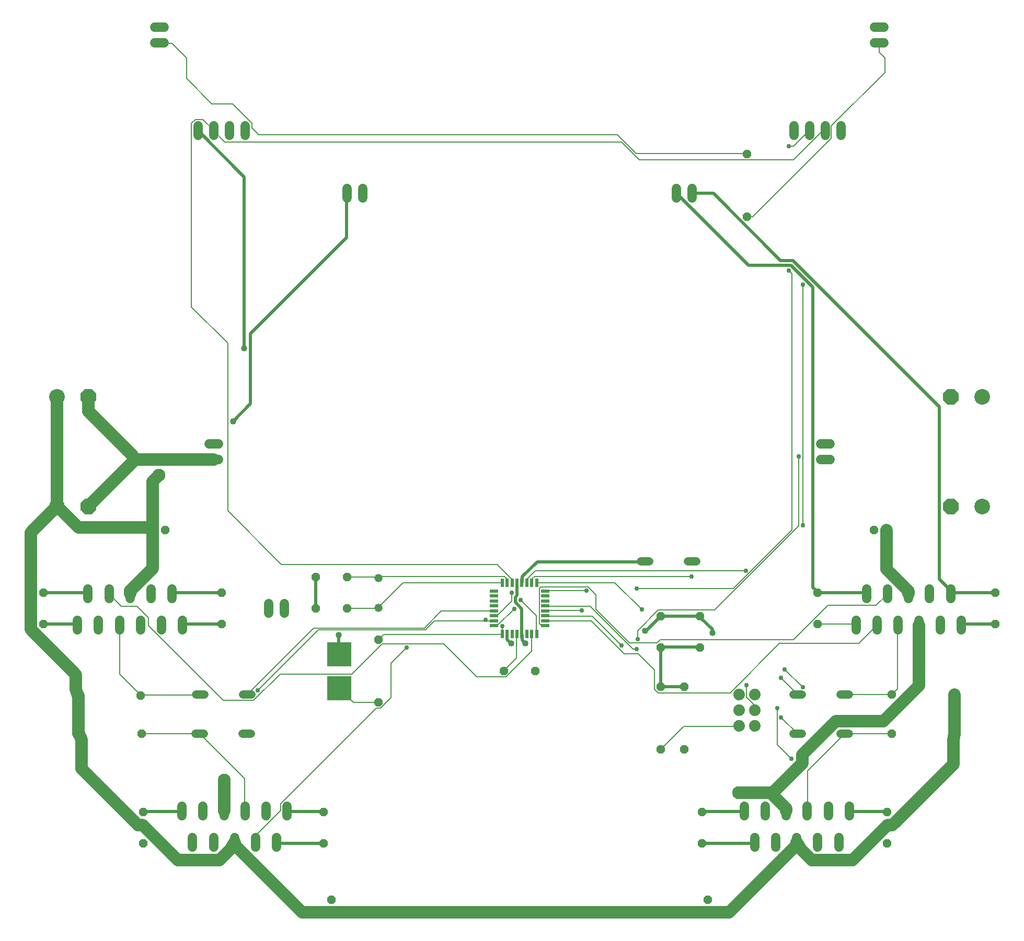
<source format=gbr>
G04 EAGLE Gerber RS-274X export*
G75*
%MOMM*%
%FSLAX34Y34*%
%LPD*%
%INTop Copper*%
%IPPOS*%
%AMOC8*
5,1,8,0,0,1.08239X$1,22.5*%
G01*
%ADD10P,1.429621X8X22.500000*%
%ADD11P,1.429621X8X202.500000*%
%ADD12C,1.320800*%
%ADD13P,1.429621X8X292.500000*%
%ADD14C,2.540000*%
%ADD15P,2.749271X8X22.500000*%
%ADD16P,1.429621X8X112.500000*%
%ADD17P,2.749271X8X202.500000*%
%ADD18C,1.320800*%
%ADD19R,0.550000X1.470000*%
%ADD20R,1.470000X0.550000*%
%ADD21C,1.524000*%
%ADD22R,4.000000X4.000000*%
%ADD23C,1.879600*%
%ADD24C,0.152400*%
%ADD25C,0.508000*%
%ADD26C,1.016000*%
%ADD27C,0.756400*%
%ADD28C,2.032000*%
%ADD29C,2.095500*%


D10*
X-330200Y-254000D03*
X-279400Y-254000D03*
D11*
X574040Y-127000D03*
D12*
X594360Y-127000D03*
D13*
X482600Y-228600D03*
X482600Y-279400D03*
X770890Y-228600D03*
X770890Y-279400D03*
D14*
X-749300Y-88900D03*
D15*
X-698500Y-88900D03*
D16*
X-304800Y-726440D03*
D12*
X-304800Y-746760D03*
D16*
X-317500Y-635000D03*
X-317500Y-584200D03*
X-609600Y-635000D03*
X-609600Y-584200D03*
D14*
X749300Y-88900D03*
D17*
X698500Y-88900D03*
D16*
X304800Y-726440D03*
D12*
X304800Y-746760D03*
D16*
X595630Y-635000D03*
X595630Y-584200D03*
D10*
X-330200Y-203200D03*
X-279400Y-203200D03*
D16*
X295910Y-635000D03*
X295910Y-584200D03*
X228600Y-317500D03*
X228600Y-266700D03*
X292100Y-317500D03*
X292100Y-266700D03*
D11*
X25400Y-355600D03*
X-25400Y-355600D03*
D14*
X-749300Y88900D03*
D15*
X-698500Y88900D03*
D10*
X-574040Y-127000D03*
D12*
X-594360Y-127000D03*
D13*
X-770890Y-228600D03*
X-770890Y-279400D03*
X-482600Y-228600D03*
X-482600Y-279400D03*
D14*
X749300Y88900D03*
D17*
X698500Y88900D03*
D18*
X209804Y-177800D02*
X196596Y-177800D01*
X272796Y-177800D02*
X286004Y-177800D01*
X-510286Y-393700D02*
X-523494Y-393700D01*
X-447294Y-393700D02*
X-434086Y-393700D01*
X520446Y-393700D02*
X533654Y-393700D01*
X457454Y-393700D02*
X444246Y-393700D01*
X-511556Y-457200D02*
X-524764Y-457200D01*
X-448564Y-457200D02*
X-435356Y-457200D01*
X520446Y-457200D02*
X533654Y-457200D01*
X457454Y-457200D02*
X444246Y-457200D01*
D19*
X28000Y-212300D03*
X20000Y-212300D03*
X12000Y-212300D03*
X4000Y-212300D03*
X-4000Y-212300D03*
X-12000Y-212300D03*
X-20000Y-212300D03*
X-28000Y-212300D03*
D20*
X-41700Y-226000D03*
X-41700Y-234000D03*
X-41700Y-242000D03*
X-41700Y-250000D03*
X-41700Y-258000D03*
X-41700Y-266000D03*
X-41700Y-274000D03*
X-41700Y-282000D03*
D19*
X-28000Y-295700D03*
X-20000Y-295700D03*
X-12000Y-295700D03*
X-4000Y-295700D03*
X4000Y-295700D03*
X12000Y-295700D03*
X20000Y-295700D03*
X28000Y-295700D03*
D20*
X41700Y-282000D03*
X41700Y-274000D03*
X41700Y-266000D03*
X41700Y-258000D03*
X41700Y-250000D03*
X41700Y-242000D03*
X41700Y-234000D03*
X41700Y-226000D03*
D21*
X-487680Y-12700D02*
X-502920Y-12700D01*
X-502920Y12700D02*
X-487680Y12700D01*
X520700Y513080D02*
X520700Y528320D01*
X495300Y528320D02*
X495300Y513080D01*
X469900Y513080D02*
X469900Y528320D01*
X444500Y528320D02*
X444500Y513080D01*
D22*
X-292100Y-328100D03*
X-292100Y-383100D03*
D21*
X-575310Y662900D02*
X-590550Y662900D01*
X-590550Y688300D02*
X-575310Y688300D01*
X575310Y662900D02*
X590550Y662900D01*
X590550Y688300D02*
X575310Y688300D01*
X-254000Y426720D02*
X-254000Y411480D01*
X-279400Y411480D02*
X-279400Y426720D01*
X254000Y426720D02*
X254000Y411480D01*
X279400Y411480D02*
X279400Y426720D01*
X-381000Y-246380D02*
X-381000Y-261620D01*
X-406400Y-261620D02*
X-406400Y-246380D01*
X487680Y12700D02*
X502920Y12700D01*
X502920Y-12700D02*
X487680Y-12700D01*
X-715835Y-273558D02*
X-715835Y-288798D01*
X-698817Y-238252D02*
X-698817Y-223012D01*
X-681799Y-273558D02*
X-681799Y-288798D01*
X-664781Y-238252D02*
X-664781Y-223012D01*
X-647763Y-273558D02*
X-647763Y-288798D01*
X-613727Y-288798D02*
X-613727Y-273558D01*
X-579691Y-273558D02*
X-579691Y-288798D01*
X-545655Y-288798D02*
X-545655Y-273558D01*
X-630745Y-238252D02*
X-630745Y-223012D01*
X-596709Y-223012D02*
X-596709Y-238252D01*
X-562673Y-238252D02*
X-562673Y-223012D01*
X545275Y-273558D02*
X545275Y-288798D01*
X562293Y-238252D02*
X562293Y-223012D01*
X579311Y-273558D02*
X579311Y-288798D01*
X596329Y-238252D02*
X596329Y-223012D01*
X613347Y-273558D02*
X613347Y-288798D01*
X647383Y-288798D02*
X647383Y-273558D01*
X681419Y-273558D02*
X681419Y-288798D01*
X715455Y-288798D02*
X715455Y-273558D01*
X630365Y-238252D02*
X630365Y-223012D01*
X664401Y-223012D02*
X664401Y-238252D01*
X698437Y-238252D02*
X698437Y-223012D01*
X-376365Y-574802D02*
X-376365Y-590042D01*
X-393383Y-625348D02*
X-393383Y-640588D01*
X-410401Y-590042D02*
X-410401Y-574802D01*
X-427419Y-625348D02*
X-427419Y-640588D01*
X-444437Y-590042D02*
X-444437Y-574802D01*
X-478473Y-574802D02*
X-478473Y-590042D01*
X-512509Y-590042D02*
X-512509Y-574802D01*
X-546545Y-574802D02*
X-546545Y-590042D01*
X-461455Y-625348D02*
X-461455Y-640588D01*
X-495491Y-640588D02*
X-495491Y-625348D01*
X-529527Y-625348D02*
X-529527Y-640588D01*
X534225Y-590042D02*
X534225Y-574802D01*
X517207Y-625348D02*
X517207Y-640588D01*
X500189Y-590042D02*
X500189Y-574802D01*
X483171Y-625348D02*
X483171Y-640588D01*
X466153Y-590042D02*
X466153Y-574802D01*
X432117Y-574802D02*
X432117Y-590042D01*
X398081Y-590042D02*
X398081Y-574802D01*
X364045Y-574802D02*
X364045Y-590042D01*
X449135Y-625348D02*
X449135Y-640588D01*
X415099Y-640588D02*
X415099Y-625348D01*
X381063Y-625348D02*
X381063Y-640588D01*
D13*
X228600Y-381000D03*
X228600Y-482600D03*
D11*
X-613410Y-394970D03*
X-715010Y-394970D03*
D13*
X-228600Y-304800D03*
X-228600Y-406400D03*
D10*
X603250Y-393700D03*
X704850Y-393700D03*
D11*
X-612140Y-457200D03*
X-713740Y-457200D03*
D10*
X603250Y-457200D03*
X704850Y-457200D03*
D16*
X266700Y-482600D03*
X266700Y-381000D03*
D13*
X368300Y482600D03*
X368300Y381000D03*
D21*
X-520700Y513080D02*
X-520700Y528320D01*
X-495300Y528320D02*
X-495300Y513080D01*
X-469900Y513080D02*
X-469900Y528320D01*
X-444500Y528320D02*
X-444500Y513080D01*
D12*
X-228600Y-252730D03*
X-228600Y-204470D03*
D23*
X355600Y-393700D03*
X381000Y-393700D03*
X355600Y-419100D03*
X381000Y-419100D03*
X355600Y-444500D03*
X381000Y-444500D03*
D24*
X-20574Y-211836D02*
X-20574Y-205740D01*
X-24384Y-201930D01*
X-226314Y-201930D01*
X-228600Y-204216D01*
X-20574Y-211836D02*
X-20000Y-212300D01*
X-228600Y-204470D02*
X-228600Y-204216D01*
X-228600Y-203454D02*
X-278892Y-203454D01*
X-279400Y-203200D01*
X-228600Y-203454D02*
X-228600Y-204470D01*
X-188976Y-212598D02*
X-28194Y-212598D01*
X-188976Y-212598D02*
X-228600Y-252222D01*
X-28194Y-212598D02*
X-28000Y-212300D01*
X-228600Y-252222D02*
X-228600Y-252730D01*
X-229362Y-253746D02*
X-278892Y-253746D01*
X-229362Y-253746D02*
X-228600Y-252984D01*
X-278892Y-253746D02*
X-279400Y-254000D01*
X-228600Y-252984D02*
X-228600Y-252730D01*
D25*
X4572Y-211836D02*
X4572Y-202692D01*
X28956Y-178308D01*
X202692Y-178308D01*
X4572Y-211836D02*
X4000Y-212300D01*
X202692Y-178308D02*
X203200Y-177800D01*
X-19812Y-296418D02*
X-19812Y-304800D01*
X-13716Y-310896D01*
X203454Y-290322D02*
X204978Y-290322D01*
X228600Y-266700D01*
X-19812Y-296418D02*
X-20000Y-295700D01*
X228600Y-266700D02*
X292100Y-266700D01*
X312420Y-288036D02*
X312420Y-293370D01*
X312420Y-288036D02*
X293370Y-268986D01*
X292100Y-266700D01*
D26*
X-13716Y-310896D03*
X203454Y-290322D03*
X312420Y-293370D03*
D24*
X114300Y-250698D02*
X41910Y-250698D01*
X114300Y-250698D02*
X183642Y-320040D01*
X189738Y-320040D01*
X41910Y-250698D02*
X41700Y-250000D01*
X265938Y-445008D02*
X355092Y-445008D01*
X265938Y-445008D02*
X228600Y-482346D01*
X355092Y-445008D02*
X355600Y-444500D01*
X228600Y-482346D02*
X228600Y-482600D01*
D27*
X189738Y-320040D03*
D24*
X-518160Y-394716D02*
X-613410Y-394716D01*
X-518160Y-394716D02*
X-517398Y-393954D01*
X-516890Y-393700D01*
X-647700Y-360426D02*
X-647700Y-281178D01*
X-647700Y-360426D02*
X-613410Y-394716D01*
X-647700Y-281178D02*
X-647763Y-281178D01*
X-613410Y-394716D02*
X-613410Y-394970D01*
D25*
X-701040Y-228600D02*
X-770890Y-228600D01*
X-701040Y-228600D02*
X-699516Y-230124D01*
X-698817Y-230632D01*
X-560832Y-228600D02*
X-482600Y-228600D01*
X-560832Y-228600D02*
X-562356Y-230124D01*
X-562673Y-230632D01*
X-279654Y347472D02*
X-279654Y419100D01*
X-279654Y347472D02*
X-435864Y191262D01*
X-435864Y77724D01*
X-464058Y49530D01*
X-279654Y419100D02*
X-279400Y419100D01*
D26*
X-464058Y49530D03*
D25*
X-483108Y-279654D02*
X-544068Y-279654D01*
X-545592Y-281178D01*
X-483108Y-279654D02*
X-482600Y-279400D01*
X-545592Y-281178D02*
X-545655Y-281178D01*
X-717804Y-279654D02*
X-770382Y-279654D01*
X-717804Y-279654D02*
X-716280Y-281178D01*
X-770382Y-279654D02*
X-770890Y-279400D01*
X-716280Y-281178D02*
X-715835Y-281178D01*
D24*
X527304Y-393954D02*
X602742Y-393954D01*
X527304Y-393954D02*
X527050Y-393700D01*
X602742Y-393954D02*
X603250Y-393700D01*
X612648Y-384048D02*
X612648Y-281178D01*
X612648Y-384048D02*
X603504Y-393192D01*
X612648Y-281178D02*
X613347Y-281178D01*
X603504Y-393192D02*
X603250Y-393700D01*
D25*
X560070Y-228600D02*
X482600Y-228600D01*
X560070Y-228600D02*
X561594Y-230124D01*
X562293Y-230632D01*
X371094Y302514D02*
X254508Y419100D01*
X371094Y302514D02*
X439674Y302514D01*
X475488Y266700D01*
X475488Y-220218D01*
X481584Y-226314D01*
X254508Y419100D02*
X254000Y419100D01*
X481584Y-226314D02*
X482600Y-228600D01*
X700278Y-228600D02*
X770890Y-228600D01*
X700278Y-228600D02*
X698754Y-230124D01*
X698437Y-230632D01*
X313944Y419100D02*
X279400Y419100D01*
X313944Y419100D02*
X422910Y310134D01*
X442722Y310134D01*
X679704Y73152D01*
X679704Y-206502D01*
X699516Y-226314D01*
X698437Y-230632D01*
X717042Y-279654D02*
X770382Y-279654D01*
X717042Y-279654D02*
X715518Y-281178D01*
X770382Y-279654D02*
X770890Y-279400D01*
X715518Y-281178D02*
X715455Y-281178D01*
D24*
X543306Y-279654D02*
X483108Y-279654D01*
X543306Y-279654D02*
X544830Y-281178D01*
X483108Y-279654D02*
X482600Y-279400D01*
X544830Y-281178D02*
X545275Y-281178D01*
X-518160Y-457200D02*
X-612140Y-457200D01*
X-445008Y-530352D02*
X-445008Y-582168D01*
X-445008Y-530352D02*
X-518160Y-457200D01*
X-445008Y-582168D02*
X-444437Y-582422D01*
D25*
X-391668Y-634746D02*
X-317754Y-634746D01*
X-391668Y-634746D02*
X-393192Y-633222D01*
X-317754Y-634746D02*
X-317500Y-635000D01*
X-393192Y-633222D02*
X-393383Y-632968D01*
X-547878Y-583692D02*
X-609600Y-583692D01*
X-547878Y-583692D02*
X-547116Y-582930D01*
X-609600Y-583692D02*
X-609600Y-584200D01*
X-547116Y-582930D02*
X-546545Y-582422D01*
X-374904Y-583692D02*
X-317754Y-583692D01*
X-374904Y-583692D02*
X-375666Y-582930D01*
X-317754Y-583692D02*
X-317500Y-584200D01*
X-375666Y-582930D02*
X-376365Y-582422D01*
D24*
X527050Y-457200D02*
X603250Y-457200D01*
X466344Y-517398D02*
X466344Y-582168D01*
X466344Y-517398D02*
X526542Y-457200D01*
X466344Y-582168D02*
X466153Y-582422D01*
X526542Y-457200D02*
X527050Y-457200D01*
D25*
X379476Y-634746D02*
X296418Y-634746D01*
X379476Y-634746D02*
X381000Y-633222D01*
X296418Y-634746D02*
X295910Y-635000D01*
X381000Y-633222D02*
X381063Y-632968D01*
X362712Y-583692D02*
X296418Y-583692D01*
X362712Y-583692D02*
X363474Y-582930D01*
X296418Y-583692D02*
X295910Y-584200D01*
X363474Y-582930D02*
X364045Y-582422D01*
X535686Y-583692D02*
X595122Y-583692D01*
X535686Y-583692D02*
X534924Y-582930D01*
X595122Y-583692D02*
X595630Y-584200D01*
X534924Y-582930D02*
X534225Y-582422D01*
D24*
X19812Y-323088D02*
X19812Y-296418D01*
X19812Y-323088D02*
X-22098Y-364998D01*
X-69342Y-364998D01*
X-122682Y-311658D01*
X-222504Y-311658D01*
X-271272Y-360426D01*
X-387858Y-360426D01*
X-430530Y-403098D01*
X-480060Y-403098D01*
X-601218Y-281940D01*
X-601218Y-268986D01*
X-619506Y-250698D01*
X-644652Y-250698D01*
X-664464Y-230886D01*
X19812Y-296418D02*
X20000Y-295700D01*
X-664464Y-230886D02*
X-664781Y-230632D01*
X27432Y-265938D02*
X27432Y-295656D01*
X27432Y-265938D02*
X1524Y-240030D01*
X27432Y-295656D02*
X28000Y-295700D01*
D27*
X1524Y-240030D03*
D24*
X-41910Y-258318D02*
X-126492Y-258318D01*
X-153924Y-285750D01*
X-332994Y-285750D01*
X-440436Y-393192D01*
X-41910Y-258318D02*
X-41700Y-258000D01*
X-440436Y-393192D02*
X-440690Y-393700D01*
X35814Y-281940D02*
X41148Y-281940D01*
X35814Y-281940D02*
X32004Y-278130D01*
X32004Y-221742D01*
X34290Y-219456D01*
X111252Y-219456D01*
X123444Y-231648D01*
X123444Y-255270D01*
X178308Y-310134D01*
X222504Y-310134D01*
X227838Y-304800D01*
X444246Y-304800D01*
X499872Y-249174D01*
X577596Y-249174D01*
X595884Y-230886D01*
X41700Y-282000D02*
X41148Y-281940D01*
X595884Y-230886D02*
X596329Y-230632D01*
X116586Y-274320D02*
X41910Y-274320D01*
X116586Y-274320D02*
X169926Y-327660D01*
X192786Y-327660D01*
X218694Y-353568D01*
X218694Y-384810D01*
X224790Y-390906D01*
X341376Y-390906D01*
X421386Y-310896D01*
X549402Y-310896D01*
X579120Y-281178D01*
X41910Y-274320D02*
X41700Y-274000D01*
X579120Y-281178D02*
X579311Y-281178D01*
X-35814Y-265938D02*
X-41148Y-265938D01*
X-35814Y-265938D02*
X-12192Y-242316D01*
X-12192Y-228600D01*
X423672Y-366522D02*
X450850Y-393700D01*
X-41148Y-265938D02*
X-41700Y-266000D01*
D27*
X-12192Y-228600D03*
X423672Y-366522D03*
D24*
X-35814Y-281940D02*
X-41148Y-281940D01*
X-35814Y-281940D02*
X-8382Y-254508D01*
X-41148Y-281940D02*
X-41700Y-282000D01*
X-426720Y-621030D02*
X-426720Y-632460D01*
X-426720Y-621030D02*
X-387096Y-581406D01*
X-387096Y-570738D01*
X-231648Y-415290D01*
X-224790Y-415290D01*
X-208026Y-398526D01*
X-208026Y-342900D01*
X-182880Y-317754D01*
X-426720Y-632460D02*
X-427419Y-632968D01*
D27*
X-8382Y-254508D03*
X-182880Y-317754D03*
D24*
X-220218Y-296418D02*
X-28194Y-296418D01*
X-220218Y-296418D02*
X-228600Y-304800D01*
X-28194Y-296418D02*
X-28000Y-295700D01*
X-27432Y-295656D02*
X-27432Y-282702D01*
X-27432Y-295656D02*
X-28000Y-295700D01*
D27*
X-27432Y-282702D03*
D24*
X-54864Y-274320D02*
X-137922Y-274320D01*
X-54864Y-274320D02*
X-41910Y-274320D01*
X-137922Y-274320D02*
X-152400Y-288798D01*
X-325374Y-288798D01*
X-423672Y-387096D01*
X-41910Y-274320D02*
X-41700Y-274000D01*
X381000Y-411480D02*
X381000Y-419100D01*
X381000Y-411480D02*
X367284Y-397764D01*
X367284Y-378714D01*
X-54864Y-274320D02*
X-54864Y-272796D01*
D27*
X-423672Y-387096D03*
X367284Y-378714D03*
X-54864Y-272796D03*
D24*
X41910Y-225552D02*
X108204Y-225552D01*
X417576Y-415290D02*
X417576Y-474726D01*
X440436Y-497586D01*
X41700Y-226000D02*
X41910Y-225552D01*
D27*
X108204Y-225552D03*
X417576Y-415290D03*
X440436Y-497586D03*
D24*
X20574Y-211836D02*
X20574Y-205740D01*
X24384Y-201930D01*
X278892Y-201930D01*
X429768Y-352806D02*
X458724Y-381762D01*
X20574Y-211836D02*
X20000Y-212300D01*
D27*
X278892Y-201930D03*
X429768Y-352806D03*
X458724Y-381762D03*
D24*
X154686Y-212598D02*
X28194Y-212598D01*
X154686Y-212598D02*
X198120Y-256032D01*
X423672Y-430530D02*
X450342Y-457200D01*
X28194Y-212598D02*
X28000Y-212300D01*
X450342Y-457200D02*
X450850Y-457200D01*
D27*
X198120Y-256032D03*
X423672Y-430530D03*
D24*
X-228600Y-406146D02*
X-268986Y-406146D01*
X-291846Y-383286D01*
X-228600Y-406146D02*
X-228600Y-406400D01*
X-291846Y-383286D02*
X-292100Y-383100D01*
X12192Y-211836D02*
X12192Y-206502D01*
X25908Y-192786D01*
X366522Y-192786D01*
X458724Y-119634D02*
X458724Y271272D01*
X12192Y-211836D02*
X12000Y-212300D01*
X435864Y495300D02*
X444246Y495300D01*
X469392Y520446D01*
X469900Y520700D01*
D27*
X366522Y-192786D03*
X458724Y-119634D03*
X458724Y271272D03*
X435864Y495300D03*
D24*
X-12192Y-206502D02*
X-12192Y-211836D01*
X-12192Y-206502D02*
X-35814Y-182880D01*
X-385572Y-182880D01*
X-472440Y-96012D01*
X-472440Y176022D01*
X-531114Y234696D01*
X-531114Y532638D01*
X-525018Y538734D01*
X-512826Y538734D01*
X-495300Y521208D01*
X-12192Y-211836D02*
X-12000Y-212300D01*
X-495300Y520700D02*
X-495300Y521208D01*
X491490Y520446D02*
X495300Y520446D01*
X491490Y520446D02*
X444246Y473202D01*
X194310Y473202D01*
X165354Y502158D01*
X-477012Y502158D01*
X-495300Y520446D01*
X495300Y520446D02*
X495300Y520700D01*
X-495300Y520446D02*
X-495300Y520700D01*
X-4572Y-296418D02*
X-4572Y-334518D01*
X-25146Y-355092D01*
X-4572Y-296418D02*
X-4000Y-295700D01*
X-25146Y-355092D02*
X-25400Y-355600D01*
X41910Y-266700D02*
X118110Y-266700D01*
X165354Y-313944D01*
X41910Y-266700D02*
X41700Y-266000D01*
X452628Y-120396D02*
X452628Y-7620D01*
X452628Y-120396D02*
X316230Y-256794D01*
X224790Y-256794D01*
X191262Y-290322D01*
X191262Y-304038D01*
D27*
X165354Y-313944D03*
X452628Y-7620D03*
X191262Y-304038D03*
D24*
X188976Y483108D02*
X368046Y483108D01*
X188976Y483108D02*
X158496Y513588D01*
X-422148Y513588D01*
X-433578Y525018D01*
X-433578Y532638D01*
X-464820Y563880D01*
X-498348Y563880D01*
X-539496Y605028D01*
X-539496Y638556D01*
X-563118Y662178D01*
X-582930Y662178D01*
X368046Y483108D02*
X368300Y482600D01*
X-582930Y662178D02*
X-582930Y662900D01*
X41910Y-257556D02*
X100584Y-257556D01*
X189738Y-221742D02*
X346710Y-221742D01*
X441198Y-127254D01*
X441198Y288798D01*
X435864Y294132D01*
X41910Y-257556D02*
X41700Y-258000D01*
X582930Y647700D02*
X582930Y662900D01*
X582930Y647700D02*
X592074Y638556D01*
X592074Y614934D01*
X505206Y528066D01*
X505206Y508254D01*
X377952Y381000D01*
X368300Y381000D01*
D27*
X100584Y-257556D03*
X189738Y-221742D03*
X435864Y294132D03*
D25*
X-329946Y-203454D02*
X-329946Y-253746D01*
X-330200Y-254000D01*
X-329946Y-203454D02*
X-330200Y-203200D01*
X-292608Y-297180D02*
X-292608Y-327660D01*
X-292100Y-328100D01*
X-3810Y-233172D02*
X-3810Y-212598D01*
X-3810Y-233172D02*
X-6858Y-236220D01*
X-6858Y-243840D01*
X3810Y-254508D01*
X3810Y-295656D01*
X-3810Y-212598D02*
X-4000Y-212300D01*
X3810Y-295656D02*
X4000Y-295700D01*
X4572Y-305562D02*
X9906Y-310896D01*
X4572Y-305562D02*
X4572Y-297942D01*
X4000Y-295700D01*
X228600Y-381000D02*
X266700Y-381000D01*
X228600Y-381000D02*
X228600Y-317500D01*
X230886Y-316992D02*
X291846Y-316992D01*
X292100Y-317500D01*
X230886Y-316992D02*
X228600Y-317500D01*
X-445770Y167640D02*
X-445770Y445770D01*
X-520700Y520700D01*
D26*
X-292608Y-297180D03*
X9906Y-310896D03*
X-445770Y167640D03*
D28*
X304800Y-746760D02*
X339852Y-746760D01*
X448818Y-637794D01*
X448818Y-633222D01*
X449135Y-632968D01*
X704850Y-457200D02*
X704850Y-393700D01*
X594360Y-190500D02*
X594360Y-127000D01*
X594360Y-190500D02*
X630174Y-226314D01*
X630174Y-230124D01*
X630365Y-230632D01*
X455676Y-644652D02*
X473202Y-662178D01*
X539496Y-662178D01*
X596646Y-605028D01*
X604266Y-605028D01*
X702564Y-506730D01*
X702564Y-467106D01*
X449135Y-632968D02*
X455676Y-644652D01*
X702564Y-467106D02*
X704850Y-457200D01*
X-594360Y-189738D02*
X-594360Y-127000D01*
X-594360Y-189738D02*
X-630174Y-225552D01*
X-630174Y-230124D01*
X-630745Y-230632D01*
X-352044Y-746760D02*
X-304800Y-746760D01*
X-352044Y-746760D02*
X-461010Y-637794D01*
X-461010Y-633222D01*
X-461455Y-632968D01*
X-714756Y-456438D02*
X-714756Y-395478D01*
X-714756Y-456438D02*
X-713994Y-457200D01*
X-714756Y-395478D02*
X-715010Y-394970D01*
X-713994Y-457200D02*
X-713740Y-457200D01*
X-718566Y-385572D02*
X-718566Y-361188D01*
X-791718Y-288036D01*
X-791718Y-131064D01*
X-749808Y-89154D01*
X-718566Y-385572D02*
X-715010Y-394970D01*
X-749808Y-89154D02*
X-749300Y-88900D01*
X-749046Y-79248D02*
X-749046Y88392D01*
X-749300Y88900D01*
X-749046Y-79248D02*
X-749300Y-88900D01*
X-467868Y-644652D02*
X-485394Y-662178D01*
X-553212Y-662178D01*
X-610362Y-605028D01*
X-617982Y-605028D01*
X-709422Y-513588D01*
X-709422Y-466344D01*
X-461455Y-632968D02*
X-467868Y-644652D01*
X-709422Y-466344D02*
X-713740Y-457200D01*
X-713994Y-122682D02*
X-603504Y-122682D01*
X-713994Y-122682D02*
X-741426Y-95250D01*
X-603504Y-122682D02*
X-594360Y-127000D01*
X-741426Y-95250D02*
X-749300Y-88900D01*
X-304800Y-746760D02*
X304800Y-746760D01*
X-594360Y-127000D02*
X-594360Y-48260D01*
X-584200Y-38100D01*
D29*
X-584200Y-38100D03*
D28*
X-622554Y-12954D02*
X-495300Y-12954D01*
X-622554Y-12954D02*
X-698500Y-88900D01*
X-495300Y-12954D02*
X-495300Y-12700D01*
X-697992Y65532D02*
X-697992Y88392D01*
X-697992Y65532D02*
X-627888Y-4572D01*
X-697992Y88392D02*
X-698500Y88900D01*
X-627888Y-4572D02*
X-622554Y-12954D01*
X-478536Y-532638D02*
X-478536Y-582168D01*
X-478473Y-582422D01*
X432054Y-582168D02*
X432054Y-578358D01*
X408432Y-554736D02*
X406908Y-553212D01*
X408432Y-554736D02*
X432054Y-578358D01*
X406908Y-553212D02*
X355092Y-553212D01*
X432054Y-582168D02*
X432117Y-582422D01*
X646938Y-379476D02*
X646938Y-281178D01*
X646938Y-379476D02*
X589788Y-436626D01*
X512064Y-436626D01*
X457962Y-490728D01*
X457962Y-505206D01*
X408432Y-554736D01*
X646938Y-281178D02*
X647383Y-281178D01*
D29*
X-478536Y-532638D03*
X355092Y-553212D03*
M02*

</source>
